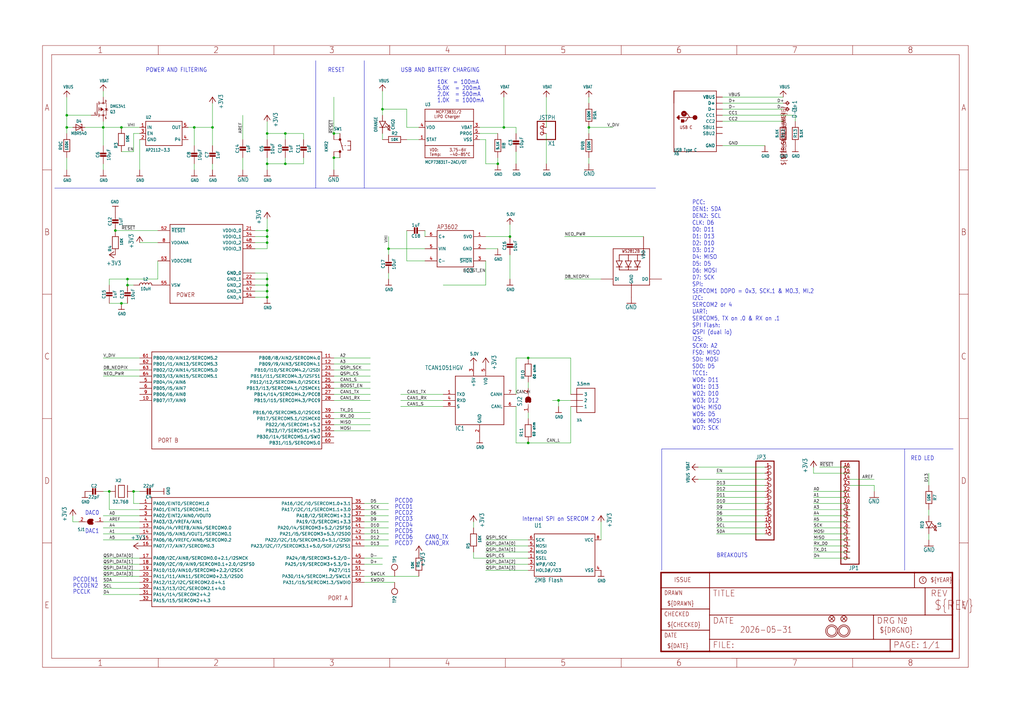
<source format=kicad_sch>
(kicad_sch (version 20230121) (generator eeschema)
  (paper "User" 428.422 298.602)
  (junction (at 111.76 121.92))
  (junction (at 139.7 55.88))
  (junction (at 160.02 45.72))
  (junction (at 27.94 48.26))
  (junction (at 208.28 68.58))
  (junction (at 162.56 104.14))
  (junction (at 139.7 66.04))
  (junction (at 81.28 53.34))
  (junction (at 111.76 119.38))
  (junction (at 43.18 53.34))
  (junction (at 50.8 53.34))
  (junction (at 220.98 149.86))
  (junction (at 111.76 101.6))
  (junction (at 27.94 53.34))
  (junction (at 50.8 127))
  (junction (at 53.34 119.38))
  (junction (at 213.36 99.06))
  (junction (at 53.34 116.84))
  (junction (at 111.76 99.06))
  (junction (at 111.76 55.88))
  (junction (at 111.76 124.46))
  (junction (at 111.76 116.84))
  (junction (at 111.76 96.52))
  (junction (at 55.88 205.74))
  (junction (at 246.38 53.34))
  (junction (at 210.82 53.34))
  (junction (at 119.38 55.88))
  (junction (at 45.72 205.74))
  (junction (at 233.68 167.64))
  (junction (at 220.98 185.42))
  (junction (at 119.38 68.58))
  (junction (at 48.26 96.52))
  (junction (at 111.76 68.58))
  (junction (at 88.9 53.34))
  (wire (pts (xy 81.28 60.96) (xy 81.28 53.34)) (stroke (width 0.1524)))
  (wire (pts (xy 58.42 58.42) (xy 58.42 71.12)) (stroke (width 0.1524)))
  (polyline (pts (xy 398.78 187.96) (xy 378.46 187.96)) (stroke (width 0.1524) (type solid)))
  (wire (pts (xy 269.24 99.06) (xy 236.22 99.06)) (stroke (width 0.1524)))
  (wire (pts (xy 78.74 53.34) (xy 81.28 53.34)) (stroke (width 0.1524)))
  (wire (pts (xy 106.68 124.46) (xy 111.76 124.46)) (stroke (width 0.1524)))
  (wire (pts (xy 203.2 99.06) (xy 213.36 99.06)) (stroke (width 0.1524)))
  (wire (pts (xy 139.7 157.48) (xy 154.94 157.48)) (stroke (width 0.1524)))
  (wire (pts (xy 45.72 213.36) (xy 45.72 205.74)) (stroke (width 0.1524)))
  (wire (pts (xy 139.7 149.86) (xy 154.94 149.86)) (stroke (width 0.1524)))
  (wire (pts (xy 55.88 63.5) (xy 55.88 55.88)) (stroke (width 0.1524)))
  (wire (pts (xy 292.1 195.58) (xy 320.04 195.58)) (stroke (width 0.1524)))
  (wire (pts (xy 228.6 68.58) (xy 228.6 55.88)) (stroke (width 0.1524)))
  (wire (pts (xy 101.6 66.04) (xy 101.6 71.12)) (stroke (width 0.1524)))
  (wire (pts (xy 43.18 53.34) (xy 43.18 60.96)) (stroke (width 0.1524)))
  (wire (pts (xy 320.04 200.66) (xy 292.1 200.66)) (stroke (width 0.1524)))
  (wire (pts (xy 167.64 170.18) (xy 185.42 170.18)) (stroke (width 0.1524)))
  (wire (pts (xy 203.2 109.22) (xy 203.2 119.38)) (stroke (width 0.1524)))
  (wire (pts (xy 127 66.04) (xy 127 68.58)) (stroke (width 0.1524)))
  (wire (pts (xy 88.9 68.58) (xy 88.9 71.12)) (stroke (width 0.1524)))
  (wire (pts (xy 58.42 149.86) (xy 43.18 149.86)) (stroke (width 0.1524)))
  (wire (pts (xy 299.72 223.52) (xy 320.04 223.52)) (stroke (width 0.1524)))
  (wire (pts (xy 246.38 68.58) (xy 246.38 66.04)) (stroke (width 0.1524)))
  (wire (pts (xy 30.48 53.34) (xy 27.94 53.34)) (stroke (width 0.1524)))
  (wire (pts (xy 27.94 48.26) (xy 27.94 40.64)) (stroke (width 0.1524)))
  (wire (pts (xy 388.62 203.2) (xy 388.62 198.12)) (stroke (width 0.1524)))
  (wire (pts (xy 43.18 50.8) (xy 43.18 53.34)) (stroke (width 0.1524)))
  (wire (pts (xy 111.76 104.14) (xy 111.76 101.6)) (stroke (width 0.1524)))
  (wire (pts (xy 152.4 215.9) (xy 162.56 215.9)) (stroke (width 0.1524)))
  (wire (pts (xy 111.76 99.06) (xy 111.76 96.52)) (stroke (width 0.1524)))
  (wire (pts (xy 198.12 218.44) (xy 198.12 220.98)) (stroke (width 0.1524)))
  (wire (pts (xy 162.56 218.44) (xy 152.4 218.44)) (stroke (width 0.1524)))
  (wire (pts (xy 220.98 185.42) (xy 215.9 185.42)) (stroke (width 0.1524)))
  (wire (pts (xy 55.88 55.88) (xy 58.42 55.88)) (stroke (width 0.1524)))
  (wire (pts (xy 111.76 119.38) (xy 111.76 116.84)) (stroke (width 0.1524)))
  (wire (pts (xy 139.7 71.12) (xy 139.7 66.04)) (stroke (width 0.1524)))
  (wire (pts (xy 220.98 149.86) (xy 215.9 149.86)) (stroke (width 0.1524)))
  (wire (pts (xy 111.76 58.42) (xy 111.76 55.88)) (stroke (width 0.1524)))
  (wire (pts (xy 299.72 210.82) (xy 320.04 210.82)) (stroke (width 0.1524)))
  (wire (pts (xy 198.12 231.14) (xy 198.12 233.68)) (stroke (width 0.1524)))
  (wire (pts (xy 340.36 213.36) (xy 355.6 213.36)) (stroke (width 0.1524)))
  (wire (pts (xy 53.34 116.84) (xy 53.34 119.38)) (stroke (width 0.1524)))
  (wire (pts (xy 340.36 195.58) (xy 340.36 198.12)) (stroke (width 0.1524)))
  (wire (pts (xy 167.64 167.64) (xy 185.42 167.64)) (stroke (width 0.1524)))
  (wire (pts (xy 111.76 68.58) (xy 111.76 66.04)) (stroke (width 0.1524)))
  (wire (pts (xy 177.8 104.14) (xy 162.56 104.14)) (stroke (width 0.1524)))
  (wire (pts (xy 139.7 55.88) (xy 142.24 55.88)) (stroke (width 0.1524)))
  (wire (pts (xy 81.28 53.34) (xy 88.9 53.34)) (stroke (width 0.1524)))
  (wire (pts (xy 162.56 104.14) (xy 162.56 106.68)) (stroke (width 0.1524)))
  (wire (pts (xy 251.46 218.44) (xy 251.46 226.06)) (stroke (width 0.1524)))
  (polyline (pts (xy 152.4 78.74) (xy 152.4 25.4)) (stroke (width 0.1524) (type solid)))
  (wire (pts (xy 66.04 116.84) (xy 53.34 116.84)) (stroke (width 0.1524)))
  (wire (pts (xy 43.18 68.58) (xy 43.18 71.12)) (stroke (width 0.1524)))
  (wire (pts (xy 55.88 205.74) (xy 55.88 210.82)) (stroke (width 0.1524)))
  (wire (pts (xy 55.88 205.74) (xy 58.42 205.74)) (stroke (width 0.1524)))
  (polyline (pts (xy 132.08 78.74) (xy 132.08 25.4)) (stroke (width 0.1524) (type solid)))
  (wire (pts (xy 139.7 162.56) (xy 154.94 162.56)) (stroke (width 0.1524)))
  (wire (pts (xy 111.76 99.06) (xy 111.76 101.6)) (stroke (width 0.1524)))
  (wire (pts (xy 203.2 58.42) (xy 203.2 68.58)) (stroke (width 0.1524)))
  (wire (pts (xy 58.42 154.94) (xy 43.18 154.94)) (stroke (width 0.1524)))
  (wire (pts (xy 58.42 220.98) (xy 43.18 220.98)) (stroke (width 0.1524)))
  (wire (pts (xy 355.6 200.66) (xy 365.76 200.66)) (stroke (width 0.1524)))
  (wire (pts (xy 81.28 68.58) (xy 81.28 71.12)) (stroke (width 0.1524)))
  (wire (pts (xy 200.66 58.42) (xy 203.2 58.42)) (stroke (width 0.1524)))
  (wire (pts (xy 106.68 119.38) (xy 111.76 119.38)) (stroke (width 0.1524)))
  (wire (pts (xy 139.7 175.26) (xy 154.94 175.26)) (stroke (width 0.1524)))
  (wire (pts (xy 45.72 116.84) (xy 45.72 119.38)) (stroke (width 0.1524)))
  (wire (pts (xy 332.74 48.26) (xy 332.74 50.8)) (stroke (width 0.1524)))
  (wire (pts (xy 215.9 185.42) (xy 215.9 170.18)) (stroke (width 0.1524)))
  (polyline (pts (xy 276.86 238.76) (xy 276.86 187.96)) (stroke (width 0.1524) (type solid)))
  (wire (pts (xy 58.42 233.68) (xy 43.18 233.68)) (stroke (width 0.1524)))
  (wire (pts (xy 53.34 127) (xy 50.8 127)) (stroke (width 0.1524)))
  (wire (pts (xy 152.4 210.82) (xy 162.56 210.82)) (stroke (width 0.1524)))
  (wire (pts (xy 106.68 99.06) (xy 111.76 99.06)) (stroke (width 0.1524)))
  (wire (pts (xy 388.62 213.36) (xy 388.62 215.9)) (stroke (width 0.1524)))
  (wire (pts (xy 302.26 43.18) (xy 327.66 43.18)) (stroke (width 0.1524)))
  (wire (pts (xy 340.36 218.44) (xy 355.6 218.44)) (stroke (width 0.1524)))
  (wire (pts (xy 340.36 226.06) (xy 355.6 226.06)) (stroke (width 0.1524)))
  (wire (pts (xy 58.42 223.52) (xy 43.18 223.52)) (stroke (width 0.1524)))
  (wire (pts (xy 320.04 203.2) (xy 299.72 203.2)) (stroke (width 0.1524)))
  (wire (pts (xy 58.42 243.84) (xy 43.18 243.84)) (stroke (width 0.1524)))
  (wire (pts (xy 88.9 53.34) (xy 88.9 43.18)) (stroke (width 0.1524)))
  (wire (pts (xy 111.76 116.84) (xy 106.68 116.84)) (stroke (width 0.1524)))
  (wire (pts (xy 185.42 165.1) (xy 167.64 165.1)) (stroke (width 0.1524)))
  (wire (pts (xy 220.98 149.86) (xy 238.76 149.86)) (stroke (width 0.1524)))
  (wire (pts (xy 220.98 231.14) (xy 203.2 231.14)) (stroke (width 0.1524)))
  (wire (pts (xy 302.26 45.72) (xy 327.66 45.72)) (stroke (width 0.1524)))
  (wire (pts (xy 320.04 220.98) (xy 299.72 220.98)) (stroke (width 0.1524)))
  (polyline (pts (xy 274.32 78.74) (xy 152.4 78.74)) (stroke (width 0.1524) (type solid)))
  (wire (pts (xy 127 55.88) (xy 127 58.42)) (stroke (width 0.1524)))
  (wire (pts (xy 208.28 104.14) (xy 203.2 104.14)) (stroke (width 0.1524)))
  (wire (pts (xy 111.76 71.12) (xy 111.76 68.58)) (stroke (width 0.1524)))
  (wire (pts (xy 111.76 114.3) (xy 111.76 116.84)) (stroke (width 0.1524)))
  (wire (pts (xy 45.72 127) (xy 50.8 127)) (stroke (width 0.1524)))
  (wire (pts (xy 340.36 198.12) (xy 355.6 198.12)) (stroke (width 0.1524)))
  (wire (pts (xy 340.36 233.68) (xy 355.6 233.68)) (stroke (width 0.1524)))
  (wire (pts (xy 320.04 208.28) (xy 299.72 208.28)) (stroke (width 0.1524)))
  (wire (pts (xy 246.38 53.34) (xy 246.38 55.88)) (stroke (width 0.1524)))
  (wire (pts (xy 327.66 40.64) (xy 302.26 40.64)) (stroke (width 0.1524)))
  (wire (pts (xy 299.72 198.12) (xy 320.04 198.12)) (stroke (width 0.1524)))
  (wire (pts (xy 119.38 55.88) (xy 127 55.88)) (stroke (width 0.1524)))
  (wire (pts (xy 119.38 58.42) (xy 119.38 55.88)) (stroke (width 0.1524)))
  (wire (pts (xy 55.88 210.82) (xy 58.42 210.82)) (stroke (width 0.1524)))
  (wire (pts (xy 106.68 101.6) (xy 111.76 101.6)) (stroke (width 0.1524)))
  (wire (pts (xy 355.6 203.2) (xy 365.76 203.2)) (stroke (width 0.1524)))
  (wire (pts (xy 177.8 109.22) (xy 170.18 109.22)) (stroke (width 0.1524)))
  (wire (pts (xy 50.8 53.34) (xy 43.18 53.34)) (stroke (width 0.1524)))
  (wire (pts (xy 152.4 226.06) (xy 162.56 226.06)) (stroke (width 0.1524)))
  (wire (pts (xy 238.76 170.18) (xy 238.76 185.42)) (stroke (width 0.1524)))
  (wire (pts (xy 365.76 203.2) (xy 365.76 205.74)) (stroke (width 0.1524)))
  (wire (pts (xy 238.76 149.86) (xy 238.76 165.1)) (stroke (width 0.1524)))
  (wire (pts (xy 106.68 114.3) (xy 111.76 114.3)) (stroke (width 0.1524)))
  (wire (pts (xy 139.7 180.34) (xy 154.94 180.34)) (stroke (width 0.1524)))
  (wire (pts (xy 177.8 99.06) (xy 177.8 96.52)) (stroke (width 0.1524)))
  (wire (pts (xy 33.02 218.44) (xy 30.48 218.44)) (stroke (width 0.1524)))
  (wire (pts (xy 139.7 172.72) (xy 154.94 172.72)) (stroke (width 0.1524)))
  (wire (pts (xy 139.7 154.94) (xy 154.94 154.94)) (stroke (width 0.1524)))
  (wire (pts (xy 58.42 157.48) (xy 43.18 157.48)) (stroke (width 0.1524)))
  (wire (pts (xy 210.82 53.34) (xy 200.66 53.34)) (stroke (width 0.1524)))
  (wire (pts (xy 58.42 215.9) (xy 43.18 215.9)) (stroke (width 0.1524)))
  (wire (pts (xy 152.4 241.3) (xy 175.26 241.3)) (stroke (width 0.1524)))
  (wire (pts (xy 355.6 195.58) (xy 342.9 195.58)) (stroke (width 0.1524)))
  (wire (pts (xy 299.72 205.74) (xy 320.04 205.74)) (stroke (width 0.1524)))
  (wire (pts (xy 215.9 53.34) (xy 210.82 53.34)) (stroke (width 0.1524)))
  (wire (pts (xy 139.7 152.4) (xy 154.94 152.4)) (stroke (width 0.1524)))
  (wire (pts (xy 152.4 233.68) (xy 160.02 233.68)) (stroke (width 0.1524)))
  (wire (pts (xy 215.9 63.5) (xy 215.9 68.58)) (stroke (width 0.1524)))
  (wire (pts (xy 165.1 243.84) (xy 152.4 243.84)) (stroke (width 0.1524)))
  (wire (pts (xy 340.36 208.28) (xy 355.6 208.28)) (stroke (width 0.1524)))
  (wire (pts (xy 320.04 60.96) (xy 302.26 60.96)) (stroke (width 0.1524)))
  (wire (pts (xy 170.18 45.72) (xy 170.18 53.34)) (stroke (width 0.1524)))
  (wire (pts (xy 160.02 55.88) (xy 160.02 58.42)) (stroke (width 0.1524)))
  (wire (pts (xy 27.94 53.34) (xy 27.94 48.26)) (stroke (width 0.1524)))
  (wire (pts (xy 238.76 167.64) (xy 233.68 167.64)) (stroke (width 0.1524)))
  (wire (pts (xy 355.6 223.52) (xy 340.36 223.52)) (stroke (width 0.1524)))
  (wire (pts (xy 251.46 116.84) (xy 236.22 116.84)) (stroke (width 0.1524)))
  (wire (pts (xy 220.98 162.56) (xy 220.98 160.02)) (stroke (width 0.1524)))
  (wire (pts (xy 43.18 205.74) (xy 45.72 205.74)) (stroke (width 0.1524)))
  (wire (pts (xy 101.6 58.42) (xy 101.6 48.26)) (stroke (width 0.1524)))
  (wire (pts (xy 27.94 55.88) (xy 27.94 53.34)) (stroke (width 0.1524)))
  (wire (pts (xy 246.38 53.34) (xy 256.54 53.34)) (stroke (width 0.1524)))
  (wire (pts (xy 162.56 104.14) (xy 162.56 99.06)) (stroke (width 0.1524)))
  (wire (pts (xy 162.56 116.84) (xy 162.56 114.3)) (stroke (width 0.1524)))
  (wire (pts (xy 38.1 48.26) (xy 27.94 48.26)) (stroke (width 0.1524)))
  (wire (pts (xy 152.4 236.22) (xy 160.02 236.22)) (stroke (width 0.1524)))
  (wire (pts (xy 170.18 53.34) (xy 175.26 53.34)) (stroke (width 0.1524)))
  (wire (pts (xy 139.7 40.64) (xy 139.7 55.88)) (stroke (width 0.1524)))
  (wire (pts (xy 43.18 226.06) (xy 58.42 226.06)) (stroke (width 0.1524)))
  (wire (pts (xy 119.38 55.88) (xy 111.76 55.88)) (stroke (width 0.1524)))
  (wire (pts (xy 355.6 205.74) (xy 340.36 205.74)) (stroke (width 0.1524)))
  (wire (pts (xy 53.34 116.84) (xy 45.72 116.84)) (stroke (width 0.1524)))
  (wire (pts (xy 27.94 71.12) (xy 27.94 66.04)) (stroke (width 0.1524)))
  (wire (pts (xy 119.38 68.58) (xy 111.76 68.58)) (stroke (width 0.1524)))
  (wire (pts (xy 58.42 101.6) (xy 66.04 101.6)) (stroke (width 0.1524)))
  (wire (pts (xy 162.56 223.52) (xy 152.4 223.52)) (stroke (width 0.1524)))
  (wire (pts (xy 355.6 215.9) (xy 340.36 215.9)) (stroke (width 0.1524)))
  (wire (pts (xy 355.6 228.6) (xy 340.36 228.6)) (stroke (width 0.1524)))
  (wire (pts (xy 355.6 210.82) (xy 340.36 210.82)) (stroke (width 0.1524)))
  (wire (pts (xy 220.98 185.42) (xy 238.76 185.42)) (stroke (width 0.1524)))
  (wire (pts (xy 220.98 175.26) (xy 220.98 172.72)) (stroke (width 0.1524)))
  (wire (pts (xy 139.7 160.02) (xy 154.94 160.02)) (stroke (width 0.1524)))
  (wire (pts (xy 55.88 119.38) (xy 53.34 119.38)) (stroke (width 0.1524)))
  (wire (pts (xy 119.38 68.58) (xy 119.38 66.04)) (stroke (width 0.1524)))
  (wire (pts (xy 111.76 96.52) (xy 111.76 91.44)) (stroke (width 0.1524)))
  (wire (pts (xy 43.18 238.76) (xy 58.42 238.76)) (stroke (width 0.1524)))
  (polyline (pts (xy 152.4 78.74) (xy 132.08 78.74)) (stroke (width 0.1524) (type solid)))
  (wire (pts (xy 139.7 167.64) (xy 154.94 167.64)) (stroke (width 0.1524)))
  (wire (pts (xy 111.76 55.88) (xy 111.76 50.8)) (stroke (width 0.1524)))
  (wire (pts (xy 66.04 116.84) (xy 66.04 109.22)) (stroke (width 0.1524)))
  (wire (pts (xy 160.02 48.26) (xy 160.02 45.72)) (stroke (width 0.1524)))
  (wire (pts (xy 302.26 48.26) (xy 332.74 48.26)) (stroke (width 0.1524)))
  (wire (pts (xy 170.18 109.22) (xy 170.18 96.52)) (stroke (width 0.1524)))
  (wire (pts (xy 200.66 55.88) (xy 208.28 55.88)) (stroke (width 0.1524)))
  (wire (pts (xy 106.68 121.92) (xy 111.76 121.92)) (stroke (width 0.1524)))
  (wire (pts (xy 106.68 104.14) (xy 111.76 104.14)) (stroke (width 0.1524)))
  (wire (pts (xy 210.82 40.64) (xy 210.82 53.34)) (stroke (width 0.1524)))
  (wire (pts (xy 213.36 106.68) (xy 213.36 116.84)) (stroke (width 0.1524)))
  (wire (pts (xy 198.12 233.68) (xy 220.98 233.68)) (stroke (width 0.1524)))
  (wire (pts (xy 233.68 167.64) (xy 231.14 167.64)) (stroke (width 0.1524)))
  (polyline (pts (xy 22.86 78.74) (xy 132.08 78.74)) (stroke (width 0.1524) (type solid)))
  (wire (pts (xy 302.26 50.8) (xy 327.66 50.8)) (stroke (width 0.1524)))
  (wire (pts (xy 43.18 38.1) (xy 43.18 40.64)) (stroke (width 0.1524)))
  (wire (pts (xy 111.76 121.92) (xy 111.76 119.38)) (stroke (width 0.1524)))
  (wire (pts (xy 213.36 99.06) (xy 213.36 93.98)) (stroke (width 0.1524)))
  (wire (pts (xy 58.42 53.34) (xy 50.8 53.34)) (stroke (width 0.1524)))
  (wire (pts (xy 58.42 248.92) (xy 43.18 248.92)) (stroke (width 0.1524)))
  (wire (pts (xy 160.02 45.72) (xy 170.18 45.72)) (stroke (width 0.1524)))
  (polyline (pts (xy 378.46 187.96) (xy 276.86 187.96)) (stroke (width 0.1524) (type solid)))
  (wire (pts (xy 203.2 68.58) (xy 208.28 68.58)) (stroke (width 0.1524)))
  (wire (pts (xy 35.56 53.34) (xy 43.18 53.34)) (stroke (width 0.1524)))
  (wire (pts (xy 220.98 226.06) (xy 203.2 226.06)) (stroke (width 0.1524)))
  (wire (pts (xy 43.18 218.44) (xy 58.42 218.44)) (stroke (width 0.1524)))
  (wire (pts (xy 320.04 218.44) (xy 299.72 218.44)) (stroke (width 0.1524)))
  (wire (pts (xy 43.18 246.38) (xy 58.42 246.38)) (stroke (width 0.1524)))
  (wire (pts (xy 88.9 53.34) (xy 88.9 60.96)) (stroke (width 0.1524)))
  (wire (pts (xy 340.36 231.14) (xy 355.6 231.14)) (stroke (width 0.1524)))
  (wire (pts (xy 215.9 55.88) (xy 215.9 53.34)) (stroke (width 0.1524)))
  (wire (pts (xy 139.7 177.8) (xy 154.94 177.8)) (stroke (width 0.1524)))
  (wire (pts (xy 58.42 213.36) (xy 45.72 213.36)) (stroke (width 0.1524)))
  (wire (pts (xy 203.2 238.76) (xy 220.98 238.76)) (stroke (width 0.1524)))
  (wire (pts (xy 246.38 40.64) (xy 246.38 43.18)) (stroke (width 0.1524)))
  (wire (pts (xy 170.18 58.42) (xy 175.26 58.42)) (stroke (width 0.1524)))
  (wire (pts (xy 228.6 40.64) (xy 228.6 53.34)) (stroke (width 0.1524)))
  (wire (pts (xy 233.68 167.64) (xy 233.68 170.18)) (stroke (width 0.1524)))
  (wire (pts (xy 127 68.58) (xy 119.38 68.58)) (stroke (width 0.1524)))
  (wire (pts (xy 203.2 119.38) (xy 185.42 119.38)) (stroke (width 0.1524)))
  (wire (pts (xy 106.68 96.52) (xy 111.76 96.52)) (stroke (width 0.1524)))
  (wire (pts (xy 66.04 96.52) (xy 48.26 96.52)) (stroke (width 0.1524)))
  (wire (pts (xy 162.56 228.6) (xy 152.4 228.6)) (stroke (width 0.1524)))
  (wire (pts (xy 160.02 38.1) (xy 160.02 45.72)) (stroke (width 0.1524)))
  (polyline (pts (xy 378.46 238.76) (xy 378.46 187.96)) (stroke (width 0.1524) (type solid)))
  (wire (pts (xy 355.6 220.98) (xy 340.36 220.98)) (stroke (width 0.1524)))
  (wire (pts (xy 388.62 223.52) (xy 388.62 226.06)) (stroke (width 0.1524)))
  (wire (pts (xy 43.18 236.22) (xy 58.42 236.22)) (stroke (width 0.1524)))
  (wire (pts (xy 215.9 149.86) (xy 215.9 165.1)) (stroke (width 0.1524)))
  (wire (pts (xy 142.24 66.04) (xy 139.7 66.04)) (stroke (width 0.1524)))
  (wire (pts (xy 139.7 165.1) (xy 154.94 165.1)) (stroke (width 0.1524)))
  (wire (pts (xy 111.76 124.46) (xy 111.76 121.92)) (stroke (width 0.1524)))
  (wire (pts (xy 162.56 213.36) (xy 152.4 213.36)) (stroke (width 0.1524)))
  (wire (pts (xy 299.72 215.9) (xy 320.04 215.9)) (stroke (width 0.1524)))
  (wire (pts (xy 208.28 66.04) (xy 208.28 68.58)) (stroke (width 0.1524)))
  (wire (pts (xy 30.48 218.44) (xy 30.48 215.9)) (stroke (width 0.1524)))
  (wire (pts (xy 43.18 241.3) (xy 58.42 241.3)) (stroke (width 0.1524)))
  (wire (pts (xy 203.2 228.6) (xy 220.98 228.6)) (stroke (width 0.1524)))
  (wire (pts (xy 320.04 213.36) (xy 299.72 213.36)) (stroke (width 0.1524)))
  (wire (pts (xy 50.8 63.5) (xy 55.88 63.5)) (stroke (width 0.1524)))
  (wire (pts (xy 152.4 220.98) (xy 162.56 220.98)) (stroke (width 0.1524)))
  (wire (pts (xy 220.98 236.22) (xy 203.2 236.22)) (stroke (width 0.1524)))
  (text "PCCD2" (at 165.1 215.9 0) (effects (font (size 1.778 1.5113)) (justify left bottom)))
  (text "RESET" (at 137.16 30.48 0) (effects (font (size 1.778 1.5113)) (justify left bottom)))
  (text "PCCD7" (at 165.1 228.6 0) (effects (font (size 1.778 1.5113)) (justify left bottom)))
  (text "USB AND BATTERY CHARGING" (at 167.64 30.48 0) (effects (font (size 1.778 1.5113)) (justify left bottom)))
  (text "PCCD1" (at 165.1 213.36 0) (effects (font (size 1.778 1.5113)) (justify left bottom)))
  (text "PCCD4" (at 165.1 220.98 0) (effects (font (size 1.778 1.5113)) (justify left bottom)))
  (text "Internal SPI on SERCOM 2" (at 218.44 218.44 0) (effects (font (size 1.778 1.5113)) (justify left bottom)))
  (text "CAN0_TX" (at 177.8 226.06 0) (effects (font (size 1.778 1.5113)) (justify left bottom)))
  (text "PCCDEN2" (at 30.48 246.38 0) (effects (font (size 1.778 1.5113)) (justify left bottom)))
  (text "10K  = 100mA" (at 182.88 35.56 0) (effects (font (size 1.778 1.5113)) (justify left bottom)))
  (text "PCCD3" (at 165.1 218.44 0) (effects (font (size 1.778 1.5113)) (justify left bottom)))
  (text "RED LED" (at 381 193.04 0) (effects (font (size 1.778 1.5113)) (justify left bottom)))
  (text "PCCD5" (at 165.1 223.52 0) (effects (font (size 1.778 1.5113)) (justify left bottom)))
  (text "5.0K  = 200mA" (at 182.88 38.1 0) (effects (font (size 1.778 1.5113)) (justify left bottom)))
  (text "PCCD0" (at 165.1 210.82 0) (effects (font (size 1.778 1.5113)) (justify left bottom)))
  (text "PCC:\nDEN1: SDA\nDEN2: SCL\nCLK: D6\nD0: D11\nD1: D13\nD2: D10\nD3: D12\nD4: MISO\nD5: D5\nD6: MOSI\nD7: SCK\nSPI:\nSERCOM1 DOPO = 0x3, SCK.1 & MO.3, MI.2\nI2C:\nSERCOM2 or 4\nUART:\nSERCOM5, TX on .0 & RX on .1\nSPI Flash:\nQSPI (dual io)\nI2S:\nSCK0: A2\nFS0: MISO\nSDI: MOSI\nSDO: D5\nTCC1:\nWO0: D11\nWO1: D13\nWO2: D10\nWO3: D12\nWO4: MISO\nWO5: D5\nWO6: MOSI\nWO7: SCK" (at 289.56 180.34 0) (effects (font (size 1.778 1.5113)) (justify left bottom)))
  (text "PCCD6" (at 165.1 226.06 0) (effects (font (size 1.778 1.5113)) (justify left bottom)))
  (text "DAC1" (at 35.56 223.52 0) (effects (font (size 1.778 1.5113)) (justify left bottom)))
  (text "BREAKOUTS" (at 299.72 233.68 0) (effects (font (size 1.778 1.5113)) (justify left bottom)))
  (text "2.0K  = 500mA" (at 182.88 40.64 0) (effects (font (size 1.778 1.5113)) (justify left bottom)))
  (text "PCCDEN1" (at 30.48 243.84 0) (effects (font (size 1.778 1.5113)) (justify left bottom)))
  (text "CAN0_RX" (at 177.8 228.6 0) (effects (font (size 1.778 1.5113)) (justify left bottom)))
  (text "POWER AND FILTERING" (at 60.96 30.48 0) (effects (font (size 1.778 1.5113)) (justify left bottom)))
  (text "PCCLK" (at 30.48 248.92 0) (effects (font (size 1.778 1.5113)) (justify left bottom)))
  (text "DAC0" (at 35.56 215.9 0) (effects (font (size 1.778 1.5113)) (justify left bottom)))
  (text "1.0K  = 1000mA" (at 182.88 43.18 0) (effects (font (size 1.778 1.5113)) (justify left bottom)))
  (label "D-" (at 154.94 233.68 0) (effects (font (size 1.2446 1.2446))))
  (label "D13" (at 299.72 203.2 0) (effects (font (size 1.2446 1.2446))))
  (label "CAN1_RX" (at 170.18 167.64 0) (effects (font (size 1.2446 1.2446))))
  (label "SCL" (at 299.72 220.98 0) (effects (font (size 1.2446 1.2446))))
  (label "MISO" (at 142.24 177.8 0) (effects (font (size 1.2446 1.2446))))
  (label "D11" (at 299.72 208.28 0) (effects (font (size 1.2446 1.2446))))
  (label "AREF" (at 360.68 200.66 0) (effects (font (size 1.2446 1.2446))))
  (label "D10" (at 154.94 220.98 0) (effects (font (size 1.2446 1.2446))))
  (label "QSPI_SCK" (at 203.2 226.06 0) (effects (font (size 1.2446 1.2446))))
  (label "D13" (at 388.62 198.12 270) (effects (font (size 1.2446 1.2446))))
  (label "A4" (at 340.36 215.9 0) (effects (font (size 1.2446 1.2446))))
  (label "D5" (at 154.94 210.82 0) (effects (font (size 1.2446 1.2446))))
  (label "CC2" (at 304.8 50.8 0) (effects (font (size 1.2446 1.2446))))
  (label "D9" (at 299.72 213.36 0) (effects (font (size 1.2446 1.2446))))
  (label "EN" (at 299.72 198.12 0) (effects (font (size 1.2446 1.2446))))
  (label "D+" (at 304.8 43.18 0) (effects (font (size 1.2446 1.2446))))
  (label "QSPI_DATA[1]" (at 203.2 231.14 0) (effects (font (size 1.2446 1.2446))))
  (label "D-" (at 325.12 45.72 0) (effects (font (size 1.2446 1.2446))))
  (label "QSPI_DATA[2]" (at 43.18 238.76 0) (effects (font (size 1.2446 1.2446))))
  (label "CAN1_S" (at 142.24 160.02 0) (effects (font (size 1.2446 1.2446))))
  (label "CAN1_S" (at 170.18 170.18 0) (effects (font (size 1.2446 1.2446))))
  (label "A1" (at 45.72 223.52 0) (effects (font (size 1.2446 1.2446))))
  (label "GND" (at 304.8 60.96 0) (effects (font (size 1.2446 1.2446))))
  (label "D10" (at 299.72 210.82 0) (effects (font (size 1.2446 1.2446))))
  (label "D8_NEOPIX" (at 43.18 154.94 0) (effects (font (size 1.2446 1.2446))))
  (label "CC1" (at 304.8 48.26 0) (effects (font (size 1.2446 1.2446))))
  (label "SDA" (at 299.72 223.52 0) (effects (font (size 1.2446 1.2446))))
  (label "MISO" (at 340.36 226.06 0) (effects (font (size 1.2446 1.2446))))
  (label "SDA" (at 43.18 243.84 0) (effects (font (size 1.2446 1.2446))))
  (label "NEO_PWR" (at 236.22 99.06 0) (effects (font (size 1.2446 1.2446))))
  (label "RX_D0" (at 142.24 175.26 0) (effects (font (size 1.2446 1.2446))))
  (label "VHI" (at 162.56 101.6 90) (effects (font (size 1.2446 1.2446))))
  (label "D4" (at 43.18 248.92 0) (effects (font (size 1.2446 1.2446))))
  (label "EN" (at 53.34 63.5 0) (effects (font (size 1.2446 1.2446))))
  (label "A0" (at 45.72 215.9 0) (effects (font (size 1.2446 1.2446))))
  (label "CAN_H" (at 215.9 165.1 0) (effects (font (size 1.2446 1.2446))))
  (label "A5" (at 340.36 218.44 0) (effects (font (size 1.2446 1.2446))))
  (label "A5" (at 45.72 226.06 0) (effects (font (size 1.2446 1.2446))))
  (label "QSPI_DATA[0]" (at 43.18 233.68 0) (effects (font (size 1.2446 1.2446))))
  (label "D+" (at 325.12 43.18 0) (effects (font (size 1.2446 1.2446))))
  (label "D5" (at 299.72 218.44 0) (effects (font (size 1.2446 1.2446))))
  (label "SWCLK" (at 154.94 241.3 0) (effects (font (size 1.2446 1.2446))))
  (label "QSPI_DATA[1]" (at 43.18 236.22 0) (effects (font (size 1.2446 1.2446))))
  (label "D+" (at 154.94 236.22 0) (effects (font (size 1.2446 1.2446))))
  (label "BOOST_EN" (at 203.2 114.3 180) (effects (font (size 1.2446 1.2446))))
  (label "VHI" (at 53.34 53.34 0) (effects (font (size 1.2446 1.2446))))
  (label "A2" (at 340.36 210.82 0) (effects (font (size 1.2446 1.2446))))
  (label "CAN1_TX" (at 170.18 165.1 0) (effects (font (size 1.2446 1.2446))))
  (label "~{RESET}" (at 139.7 55.88 90) (effects (font (size 1.2446 1.2446))))
  (label "D-" (at 304.8 45.72 0) (effects (font (size 1.2446 1.2446))))
  (label "TX_D1" (at 142.24 172.72 0) (effects (font (size 1.2446 1.2446))))
  (label "V_DIV" (at 254 53.34 0) (effects (font (size 1.2446 1.2446))))
  (label "QSPI_CS" (at 203.2 233.68 0) (effects (font (size 1.2446 1.2446))))
  (label "D13" (at 154.94 228.6 0) (effects (font (size 1.2446 1.2446))))
  (label "AREF" (at 45.72 218.44 0) (effects (font (size 1.2446 1.2446))))
  (label "SCK" (at 154.94 213.36 0) (effects (font (size 1.2446 1.2446))))
  (label "D6" (at 299.72 215.9 0) (effects (font (size 1.2446 1.2446))))
  (label "SWDIO" (at 154.94 243.84 0) (effects (font (size 1.2446 1.2446))))
  (label "CAN1_RX" (at 142.24 167.64 0) (effects (font (size 1.2446 1.2446))))
  (label "SCL" (at 43.18 246.38 0) (effects (font (size 1.2446 1.2446))))
  (label "A0" (at 340.36 205.74 0) (effects (font (size 1.2446 1.2446))))
  (label "QSPI_DATA[0]" (at 203.2 228.6 0) (effects (font (size 1.2446 1.2446))))
  (label "D12" (at 299.72 205.74 0) (effects (font (size 1.2446 1.2446))))
  (label "QSPI_DATA[2]" (at 203.2 236.22 0) (effects (font (size 1.2446 1.2446))))
  (label "D11" (at 154.94 223.52 0) (effects (font (size 1.2446 1.2446))))
  (label "MOSI" (at 142.24 180.34 0) (effects (font (size 1.2446 1.2446))))
  (label "D8_NEOPIX" (at 236.22 116.84 0) (effects (font (size 1.2446 1.2446))))
  (label "A2" (at 142.24 149.86 0) (effects (font (size 1.2446 1.2446))))
  (label "AREF" (at 101.6 55.88 90) (effects (font (size 1.2446 1.2446))))
  (label "BOOST_EN" (at 142.24 162.56 0) (effects (font (size 1.2446 1.2446))))
  (label "~{RESET}" (at 50.8 96.52 0) (effects (font (size 1.2446 1.2446))))
  (label "V_DIV" (at 43.18 149.86 0) (effects (font (size 1.2446 1.2446))))
  (label "A3" (at 340.36 213.36 0) (effects (font (size 1.2446 1.2446))))
  (label "~{RESET}" (at 342.9 195.58 0) (effects (font (size 1.2446 1.2446))))
  (label "D6" (at 154.94 215.9 0) (effects (font (size 1.2446 1.2446))))
  (label "D9" (at 154.94 218.44 0) (effects (font (size 1.2446 1.2446))))
  (label "QSPI_DATA[3]" (at 43.18 241.3 0) (effects (font (size 1.2446 1.2446))))
  (label "RX_D0" (at 340.36 228.6 0) (effects (font (size 1.2446 1.2446))))
  (label "SCK" (at 340.36 220.98 0) (effects (font (size 1.2446 1.2446))))
  (label "TX_D1" (at 340.36 231.14 0) (effects (font (size 1.2446 1.2446))))
  (label "QSPI_CS" (at 142.24 157.48 0) (effects (font (size 1.2446 1.2446))))
  (label "A4" (at 45.72 220.98 0) (effects (font (size 1.2446 1.2446))))
  (label "NEO_PWR" (at 43.18 157.48 0) (effects (font (size 1.2446 1.2446))))
  (label "CAN_L" (at 228.6 185.42 0) (effects (font (size 1.2446 1.2446))))
  (label "VBUS" (at 304.8 40.64 0) (effects (font (size 1.2446 1.2446))))
  (label "D12" (at 154.94 226.06 0) (effects (font (size 1.2446 1.2446))))
  (label "D4" (at 340.36 233.68 0) (effects (font (size 1.2446 1.2446))))
  (label "QSPI_DATA[3]" (at 203.2 238.76 0) (effects (font (size 1.2446 1.2446))))
  (label "MOSI" (at 340.36 223.52 0) (effects (font (size 1.2446 1.2446))))
  (label "CAN1_TX" (at 142.24 165.1 0) (effects (font (size 1.2446 1.2446))))
  (label "A3" (at 142.24 152.4 0) (effects (font (size 1.2446 1.2446))))
  (label "QSPI_SCK" (at 142.24 154.94 0) (effects (font (size 1.2446 1.2446))))
  (label "A1" (at 340.36 208.28 0) (effects (font (size 1.2446 1.2446))))
  (symbol (lib_id "working-eagle-import:CAP_CERAMIC0603_NO") (at 127 63.5 0) (unit 1)
    (property "Reference" "C11" (at 124.71 62.25 90))
    (property "Value" "1uF" (at 129.3 62.25 90))
    (property "Footprint" "working:0603-NO" (effects hide))
  )
  (symbol (lib_id "working-eagle-import:+3V3") (at 30.48 213.36 0) (unit 1)
    (property "Reference" "#+3V10" (effects hide))
    (property "Value" "+3V3" (at 27.94 218.44 90) (effects (font (size 1.778 1.5113)) (justify left bottom)))
  )
  (symbol (lib_id "working-eagle-import:RESISTOR_0603_NOOUT") (at 208.28 60.96 270) (unit 1)
    (property "Reference" "R8" (at 210.82 60.96 0))
    (property "Value" "5.1K" (at 208.28 60.96 0) (effects (font (size 1.016 1.016) bold)))
    (property "Footprint" "working:0603-NO" (effects hide))
  )
  (symbol (lib_id "working-eagle-import:ATSAMD51J") (at 88.9 228.6 0) (unit 1)
    (property "Reference" "U$14" (effects hide))
    (property "Value" "ATSAMD51J" (effects hide))
    (property "Footprint" "working:PQFN64-1" (effects hide))
  )
  (symbol (lib_id "working-eagle-import:CAP_CERAMIC0603_NO") (at 63.5 205.74 90) (unit 1)
    (property "Reference" "C4" (at 62.25 208.03 90))
    (property "Value" "22pF" (at 62.25 203.44 90))
    (property "Footprint" "working:0603-NO" (effects hide))
  )
  (symbol (lib_id "working-eagle-import:GND") (at 327.66 63.5 0) (unit 1)
    (property "Reference" "#U$6" (effects hide))
    (property "Value" "GND" (at 326.136 66.04 0) (effects (font (size 1.27 1.0795)) (justify left bottom)))
  )
  (symbol (lib_id "working-eagle-import:TESTPOINTROUND1.5MM") (at 165.1 243.84 180) (unit 1)
    (property "Reference" "TP2" (at 165.1 249.428 90) (effects (font (size 1.27 1.0795)) (justify left)))
    (property "Value" "TESTPOINTROUND1.5MM" (effects hide))
    (property "Footprint" "working:TESTPOINT_ROUND_1.5MM" (effects hide))
  )
  (symbol (lib_id "working-eagle-import:GND") (at 208.28 71.12 0) (unit 1)
    (property "Reference" "#U$36" (effects hide))
    (property "Value" "GND" (at 206.756 73.66 0) (effects (font (size 1.27 1.0795)) (justify left bottom)))
  )
  (symbol (lib_id "working-eagle-import:CAP_CERAMIC0603_NO") (at 38.1 205.74 270) (unit 1)
    (property "Reference" "C2" (at 39.35 203.45 90))
    (property "Value" "22pF" (at 39.35 208.04 90))
    (property "Footprint" "working:0603-NO" (effects hide))
  )
  (symbol (lib_id "working-eagle-import:GND") (at 111.76 127 0) (unit 1)
    (property "Reference" "#U$18" (effects hide))
    (property "Value" "GND" (at 110.236 129.54 0) (effects (font (size 1.27 1.0795)) (justify left bottom)))
  )
  (symbol (lib_id "working-eagle-import:supply1_GND") (at 139.7 73.66 0) (unit 1)
    (property "Reference" "#GND7" (effects hide))
    (property "Value" "GND" (at 137.16 76.2 0) (effects (font (size 1.778 1.5113)) (justify left bottom)))
  )
  (symbol (lib_id "working-eagle-import:FIDUCIAL_1MM") (at 353.06 259.08 0) (unit 1)
    (property "Reference" "U$34" (effects hide))
    (property "Value" "FIDUCIAL_1MM" (effects hide))
    (property "Footprint" "working:FIDUCIAL_1MM" (effects hide))
  )
  (symbol (lib_id "working-eagle-import:GND") (at 162.56 119.38 0) (unit 1)
    (property "Reference" "#U$40" (effects hide))
    (property "Value" "GND" (at 161.036 121.92 0) (effects (font (size 1.27 1.0795)) (justify left bottom)))
  )
  (symbol (lib_id "working-eagle-import:CAP_CERAMIC0603_NO") (at 101.6 63.5 0) (unit 1)
    (property "Reference" "C14" (at 99.31 62.25 90))
    (property "Value" "1uF" (at 103.9 62.25 90))
    (property "Footprint" "working:0603-NO" (effects hide))
  )
  (symbol (lib_id "working-eagle-import:RESISTOR0805_NOOUTLINE") (at 220.98 154.94 90) (unit 1)
    (property "Reference" "R10" (at 219.4814 158.75 0) (effects (justify left bottom)))
    (property "Value" "60 ohm" (at 224.282 158.75 0) (effects (font (size 1.016 1.016) bold) (justify left bottom)))
    (property "Footprint" "working:0805-NO" (effects hide))
  )
  (symbol (lib_id "working-eagle-import:CON_JST_PH_2PIN_BATT") (at 226.06 53.34 180) (unit 1)
    (property "Reference" "X1" (at 232.41 59.055 0) (effects (font (size 1.778 1.5113)) (justify left bottom)))
    (property "Value" "JSTPH" (at 232.41 48.26 0) (effects (font (size 1.778 1.5113)) (justify left bottom)))
    (property "Footprint" "working:JSTPH2_BATT" (effects hide))
  )
  (symbol (lib_id "working-eagle-import:+3V3") (at 55.88 228.6 90) (mirror x) (unit 1)
    (property "Reference" "#+3V3" (effects hide))
    (property "Value" "+3V3" (at 60.96 226.06 90) (effects (font (size 1.778 1.5113)) (justify left bottom)))
  )
  (symbol (lib_id "working-eagle-import:GND") (at 228.6 71.12 0) (unit 1)
    (property "Reference" "#U$22" (effects hide))
    (property "Value" "GND" (at 227.076 73.66 0) (effects (font (size 1.27 1.0795)) (justify left bottom)))
  )
  (symbol (lib_id "working-eagle-import:CAP_CERAMIC0603_NO") (at 45.72 124.46 0) (unit 1)
    (property "Reference" "C15" (at 43.43 123.21 90))
    (property "Value" "1uF" (at 48.02 123.21 90))
    (property "Footprint" "working:0603-NO" (effects hide))
  )
  (symbol (lib_id "working-eagle-import:GND") (at 208.28 106.68 0) (unit 1)
    (property "Reference" "#U$43" (effects hide))
    (property "Value" "GND" (at 206.756 109.22 0) (effects (font (size 1.27 1.0795)) (justify left bottom)))
  )
  (symbol (lib_id "working-eagle-import:VBAT") (at 289.56 195.58 90) (unit 1)
    (property "Reference" "#U$20" (effects hide))
    (property "Value" "VBAT" (at 288.544 197.104 0) (effects (font (size 1.27 1.0795)) (justify left bottom)))
  )
  (symbol (lib_id "working-eagle-import:supply1_GND") (at 365.76 208.28 0) (unit 1)
    (property "Reference" "#GND4" (effects hide))
    (property "Value" "GND" (at 363.22 210.82 0) (effects (font (size 1.778 1.5113)) (justify left bottom)))
  )
  (symbol (lib_id "working-eagle-import:supply1_GND") (at 246.38 71.12 0) (mirror y) (unit 1)
    (property "Reference" "#GND13" (effects hide))
    (property "Value" "GND" (at 248.92 73.66 0) (effects (font (size 1.778 1.5113)) (justify left bottom)))
  )
  (symbol (lib_id "working-eagle-import:LED0603_NOOUTLINE") (at 388.62 220.98 270) (unit 1)
    (property "Reference" "L0" (at 393.065 219.71 0) (effects (font (size 1.27 1.0795))))
    (property "Value" "RED" (at 385.826 219.71 0) (effects (font (size 1.27 1.0795))))
    (property "Footprint" "working:CHIPLED_0603_NOOUTLINE" (effects hide))
  )
  (symbol (lib_id "working-eagle-import:CAP_CERAMIC0603_NO") (at 48.26 93.98 0) (unit 1)
    (property "Reference" "C12" (at 45.97 92.73 90))
    (property "Value" "1uF" (at 50.56 92.73 90))
    (property "Footprint" "working:0603-NO" (effects hide))
  )
  (symbol (lib_id "working-eagle-import:USB_C") (at 292.1 50.8 0) (unit 1)
    (property "Reference" "X6" (at 281.94 65.024 0) (effects (font (size 1.27 1.0795)) (justify left bottom)))
    (property "Value" "USB Type C" (at 281.94 63.5 0) (effects (font (size 1.27 1.0795)) (justify left bottom)))
    (property "Footprint" "working:USB_C_CUSB31-CFM2AX-01-X" (effects hide))
  )
  (symbol (lib_id "working-eagle-import:SPIFLASH_8PINUX") (at 236.22 233.68 0) (unit 1)
    (property "Reference" "U1" (at 223.52 220.98 0) (effects (font (size 1.778 1.5113)) (justify left bottom)))
    (property "Value" "2MB Flash" (at 223.52 243.84 0) (effects (font (size 1.778 1.5113)) (justify left bottom)))
    (property "Footprint" "working:USON8" (effects hide))
  )
  (symbol (lib_id "working-eagle-import:SOLDERJUMPERCLOSED") (at 38.1 218.44 180) (unit 1)
    (property "Reference" "SJ1" (at 35.56 220.98 0) (effects (font (size 1.27 1.0795)) (justify left bottom)))
    (property "Value" "SOLDERJUMPERCLOSED" (effects hide))
    (property "Footprint" "working:SOLDERJUMPER_CLOSEDWIRE" (effects hide))
  )
  (symbol (lib_id "working-eagle-import:supply1_GND") (at 264.16 127 0) (unit 1)
    (property "Reference" "#GND15" (effects hide))
    (property "Value" "GND" (at 261.62 129.54 0) (effects (font (size 1.778 1.5113)) (justify left bottom)))
  )
  (symbol (lib_id "working-eagle-import:VBAT") (at 210.82 38.1 0) (unit 1)
    (property "Reference" "#U$39" (effects hide))
    (property "Value" "VBAT" (at 209.296 37.084 0) (effects (font (size 1.27 1.0795)) (justify left bottom)))
  )
  (symbol (lib_id "working-eagle-import:CAP_CERAMIC0805-NOOUTLINE") (at 215.9 60.96 0) (unit 1)
    (property "Reference" "C3" (at 213.61 59.71 90))
    (property "Value" "10µF" (at 218.2 59.71 90))
    (property "Footprint" "working:0805-NO" (effects hide))
  )
  (symbol (lib_id "working-eagle-import:RESISTOR_4PACK_NO") (at 27.94 60.96 90) (unit 3)
    (property "Reference" "R9" (at 25.4 60.96 0))
    (property "Value" "100K" (at 27.94 60.96 0) (effects (font (size 1.016 1.016) bold)))
    (property "Footprint" "working:RESPACK_4X0603_NO" (effects hide))
  )
  (symbol (lib_id "working-eagle-import:ATSAMD51J") (at 86.36 111.76 0) (unit 3)
    (property "Reference" "U$14" (effects hide))
    (property "Value" "ATSAMD51J" (effects hide))
    (property "Footprint" "working:PQFN64-1" (effects hide))
  )
  (symbol (lib_id "working-eagle-import:RESISTOR_0603_NOOUT") (at 332.74 55.88 90) (unit 1)
    (property "Reference" "R13" (at 332.74 55.88 0))
    (property "Value" "5.1K" (at 335.28 55.88 0) (effects (font (size 1.016 1.016) bold)))
    (property "Footprint" "working:0603-NO" (effects hide))
  )
  (symbol (lib_id "working-eagle-import:+3V3") (at 58.42 99.06 0) (unit 1)
    (property "Reference" "#+3V11" (effects hide))
    (property "Value" "+3V3" (at 55.88 104.14 90) (effects (font (size 1.778 1.5113)) (justify left bottom)))
  )
  (symbol (lib_id "working-eagle-import:VREG_SOT23-5") (at 68.58 55.88 0) (unit 1)
    (property "Reference" "U2" (at 60.96 49.784 0) (effects (font (size 1.27 1.0795)) (justify left bottom)))
    (property "Value" "AP2112-3.3" (at 60.96 63.5 0) (effects (font (size 1.27 1.0795)) (justify left bottom)))
    (property "Footprint" "working:SOT23-5@1" (effects hide))
  )
  (symbol (lib_id "working-eagle-import:GND") (at 88.9 73.66 0) (unit 1)
    (property "Reference" "#U$28" (effects hide))
    (property "Value" "GND" (at 87.376 76.2 0) (effects (font (size 1.27 1.0795)) (justify left bottom)))
  )
  (symbol (lib_id "working-eagle-import:CAN_TRANSCIEVER_TCAN1051V") (at 200.66 167.64 0) (unit 1)
    (property "Reference" "IC1" (at 190.5 180.34 0) (effects (font (size 1.778 1.5113)) (justify left bottom)))
    (property "Value" "TCAN1051HGV" (at 177.8 154.94 0) (effects (font (size 1.778 1.5113)) (justify left bottom)))
    (property "Footprint" "working:SOIC8_150MIL" (effects hide))
  )
  (symbol (lib_id "working-eagle-import:CAP_CERAMIC0805-NOOUTLINE") (at 162.56 111.76 0) (unit 1)
    (property "Reference" "C17" (at 160.27 110.51 90))
    (property "Value" "10uF" (at 164.86 110.51 90))
    (property "Footprint" "working:0805-NO" (effects hide))
  )
  (symbol (lib_id "working-eagle-import:VBUS") (at 27.94 38.1 0) (unit 1)
    (property "Reference" "#U$15" (effects hide))
    (property "Value" "VBUS" (at 26.416 37.084 0) (effects (font (size 1.27 1.0795)) (justify left bottom)))
  )
  (symbol (lib_id "working-eagle-import:CAP_CERAMIC0603_NO") (at 88.9 66.04 0) (unit 1)
    (property "Reference" "C7" (at 86.61 64.79 90))
    (property "Value" "1uF" (at 91.2 64.79 90))
    (property "Footprint" "working:0603-NO" (effects hide))
  )
  (symbol (lib_id "working-eagle-import:MCP73831/2") (at 187.96 55.88 0) (unit 1)
    (property "Reference" "U3" (at 177.8 44.45 0) (effects (font (size 1.27 1.0795)) (justify left bottom)))
    (property "Value" "MCP73831T-2ACI/OT" (at 177.8 68.58 0) (effects (font (size 1.27 1.0795)) (justify left bottom)))
    (property "Footprint" "working:SOT23-5" (effects hide))
  )
  (symbol (lib_id "working-eagle-import:SWITCH_TACT_SMT4.6X2.8") (at 142.24 60.96 270) (unit 1)
    (property "Reference" "SW1" (at 139.7 54.61 90) (effects (font (size 1.27 1.0795)) (justify left bottom)))
    (property "Value" "KMR2" (at 135.89 59.055 0) (effects (font (size 1.27 1.0795)) (justify left bottom)))
    (property "Footprint" "working:BTN_KMR2_4.6X2.8" (effects hide))
  )
  (symbol (lib_id "working-eagle-import:GND") (at 215.9 71.12 0) (unit 1)
    (property "Reference" "#U$33" (effects hide))
    (property "Value" "GND" (at 214.376 73.66 0) (effects (font (size 1.27 1.0795)) (justify left bottom)))
  )
  (symbol (lib_id "working-eagle-import:+3V3") (at 203.2 149.86 0) (mirror y) (unit 1)
    (property "Reference" "#+3V13" (effects hide))
    (property "Value" "+3V3" (at 205.74 154.94 90) (effects (font (size 1.778 1.5113)) (justify left bottom)))
  )
  (symbol (lib_id "working-eagle-import:MOUNTINGHOLE2.5") (at 347.98 264.16 0) (unit 1)
    (property "Reference" "U$31" (effects hide))
    (property "Value" "MOUNTINGHOLE2.5" (effects hide))
    (property "Footprint" "working:MOUNTINGHOLE_2.5_PLATED" (effects hide))
  )
  (symbol (lib_id "working-eagle-import:5.0V") (at 213.36 91.44 0) (unit 1)
    (property "Reference" "#U$42" (effects hide))
    (property "Value" "5.0V" (at 211.836 90.424 0) (effects (font (size 1.27 1.0795)) (justify left bottom)))
  )
  (symbol (lib_id "working-eagle-import:+3V3") (at 88.9 40.64 0) (mirror y) (unit 1)
    (property "Reference" "#+3V4" (effects hide))
    (property "Value" "+3V3" (at 91.44 45.72 90) (effects (font (size 1.778 1.5113)) (justify left bottom)))
  )
  (symbol (lib_id "working-eagle-import:RESISTOR_0603_NOOUT") (at 198.12 226.06 90) (unit 1)
    (property "Reference" "R5" (at 196.6214 229.87 0) (effects (justify left bottom)))
    (property "Value" "10K" (at 201.422 227.33 0) (effects (font (size 1.016 1.016) bold) (justify left bottom)))
    (property "Footprint" "working:0603-NO" (effects hide))
  )
  (symbol (lib_id "working-eagle-import:SOLDERJUMPER_CLOSED") (at 220.98 167.64 90) (unit 1)
    (property "Reference" "SJ2" (at 218.44 170.18 0) (effects (font (size 1.778 1.5113)) (justify left bottom)))
    (property "Value" "SOLDERJUMPER_CLOSED" (effects hide))
    (property "Footprint" "working:SOLDERJUMPER_CLOSEDWIRE" (effects hide))
  )
  (symbol (lib_id "working-eagle-import:+3V3") (at 45.72 106.68 90) (unit 1)
    (property "Reference" "#+3V9" (effects hide))
    (property "Value" "+3V3" (at 50.8 109.22 90) (effects (font (size 1.778 1.5113)) (justify left bottom)))
  )
  (symbol (lib_id "working-eagle-import:VBUS") (at 289.56 200.66 90) (unit 1)
    (property "Reference" "#U$19" (effects hide))
    (property "Value" "VBUS" (at 288.544 202.184 0) (effects (font (size 1.27 1.0795)) (justify left bottom)))
  )
  (symbol (lib_id "working-eagle-import:VBAT") (at 228.6 38.1 0) (unit 1)
    (property "Reference" "#U$16" (effects hide))
    (property "Value" "VBAT" (at 227.076 37.084 0) (effects (font (size 1.27 1.0795)) (justify left bottom)))
  )
  (symbol (lib_id "working-eagle-import:LED0603_NOOUTLINE") (at 160.02 53.34 270) (unit 1)
    (property "Reference" "CHG0" (at 164.465 52.07 0) (effects (font (size 1.27 1.0795))))
    (property "Value" "ORANGE" (at 157.226 52.07 0) (effects (font (size 1.27 1.0795))))
    (property "Footprint" "working:CHIPLED_0603_NOOUTLINE" (effects hide))
  )
  (symbol (lib_id "working-eagle-import:GND") (at 332.74 63.5 0) (unit 1)
    (property "Reference" "#U$24" (effects hide))
    (property "Value" "GND" (at 331.216 66.04 0) (effects (font (size 1.27 1.0795)) (justify left bottom)))
  )
  (symbol (lib_id "working-eagle-import:HEADER-1X16ROUND") (at 353.06 215.9 180) (unit 1)
    (property "Reference" "JP1" (at 359.41 236.855 0) (effects (font (size 1.778 1.5113)) (justify left bottom)))
    (property "Value" "HEADER-1X16ROUND" (effects hide))
    (property "Footprint" "working:1X16_ROUND" (effects hide))
  )
  (symbol (lib_id "working-eagle-import:CAP_CERAMIC0805-NOOUTLINE") (at 81.28 66.04 0) (unit 1)
    (property "Reference" "C8" (at 78.99 64.79 90))
    (property "Value" "10µF" (at 83.58 64.79 90))
    (property "Footprint" "working:0805-NO" (effects hide))
    (property "REV" "C" (effects hide))
  )
  (symbol (lib_id "working-eagle-import:5.0V") (at 198.12 149.86 0) (unit 1)
    (property "Reference" "#U$23" (effects hide))
    (property "Value" "5.0V" (at 196.596 148.844 0) (effects (font (size 1.27 1.0795)) (justify left bottom)))
  )
  (symbol (lib_id "working-eagle-import:TESTPOINTROUND1.5MM") (at 165.1 241.3 0) (unit 1)
    (property "Reference" "TP1" (at 165.1 235.712 90) (effects (font (size 1.27 1.0795)) (justify left)))
    (property "Value" "TESTPOINTROUND1.5MM" (effects hide))
    (property "Footprint" "working:TESTPOINT_ROUND_1.5MM" (effects hide))
  )
  (symbol (lib_id "working-eagle-import:GND") (at 27.94 73.66 0) (unit 1)
    (property "Reference" "#U$25" (effects hide))
    (property "Value" "GND" (at 26.416 76.2 0) (effects (font (size 1.27 1.0795)) (justify left bottom)))
  )
  (symbol (lib_id "working-eagle-import:TPB1,27") (at 330.2 43.18 270) (unit 1)
    (property "Reference" "D+1" (at 331.47 41.91 0) (effects (font (size 1.778 1.5113)) (justify left bottom)))
    (property "Value" "TPB1,27" (effects hide))
    (property "Footprint" "working:B1,27" (effects hide))
  )
  (symbol (lib_id "working-eagle-import:RESISTOR_0603_NOOUT") (at 165.1 58.42 0) (unit 1)
    (property "Reference" "R2" (at 165.1 55.88 0))
    (property "Value" "10K" (at 165.1 58.42 0) (effects (font (size 1.016 1.016) bold)))
    (property "Footprint" "working:0603-NO" (effects hide))
  )
  (symbol (lib_id "working-eagle-import:CAP_CERAMIC0805_10MGAP") (at 175.26 96.52 90) (unit 1)
    (property "Reference" "C18" (at 174.01 98.81 90))
    (property "Value" "1uF" (at 174.01 94.22 90))
    (property "Footprint" "working:0805_10MGAP" (effects hide))
  )
  (symbol (lib_id "working-eagle-import:GND") (at 48.26 86.36 180) (unit 1)
    (property "Reference" "#U$3" (effects hide))
    (property "Value" "GND" (at 49.784 83.82 0) (effects (font (size 1.27 1.0795)) (justify left bottom)))
  )
  (symbol (lib_id "working-eagle-import:VBAT") (at 43.18 35.56 0) (unit 1)
    (property "Reference" "#U$17" (effects hide))
    (property "Value" "VBAT" (at 41.656 34.544 0) (effects (font (size 1.27 1.0795)) (justify left bottom)))
  )
  (symbol (lib_id "working-eagle-import:+3V3") (at 111.76 88.9 0) (unit 1)
    (property "Reference" "#+3V12" (effects hide))
    (property "Value" "+3V3" (at 109.22 93.98 90) (effects (font (size 1.778 1.5113)) (justify left bottom)))
  )
  (symbol (lib_id "working-eagle-import:GND") (at 111.76 73.66 0) (unit 1)
    (property "Reference" "#U$11" (effects hide))
    (property "Value" "GND" (at 110.236 76.2 0) (effects (font (size 1.27 1.0795)) (justify left bottom)))
  )
  (symbol (lib_id "working-eagle-import:HEADER-1X12") (at 322.58 210.82 0) (unit 1)
    (property "Reference" "JP3" (at 316.23 192.405 0) (effects (font (size 1.778 1.5113)) (justify left bottom)))
    (property "Value" "HEADER-1X12" (effects hide))
    (property "Footprint" "working:1X12_ROUND" (effects hide))
  )
  (symbol (lib_id "working-eagle-import:GND") (at 81.28 73.66 0) (unit 1)
    (property "Reference" "#U$29" (effects hide))
    (property "Value" "GND" (at 79.756 76.2 0) (effects (font (size 1.27 1.0795)) (justify left bottom)))
  )
  (symbol (lib_id "working-eagle-import:WS2812B3535") (at 264.16 114.3 0) (unit 1)
    (property "Reference" "LED1" (effects hide))
    (property "Value" "WS2812B3535" (effects hide))
    (property "Footprint" "working:LED3535" (effects hide))
  )
  (symbol (lib_id "working-eagle-import:CAP_CERAMIC0805-NOOUTLINE") (at 53.34 124.46 0) (unit 1)
    (property "Reference" "C13" (at 51.05 123.21 90))
    (property "Value" "10uF" (at 55.64 123.21 90))
    (property "Footprint" "working:0805-NO" (effects hide))
  )
  (symbol (lib_id "working-eagle-import:MOUNTINGHOLE2.5") (at 353.06 264.16 0) (unit 1)
    (property "Reference" "U$32" (effects hide))
    (property "Value" "MOUNTINGHOLE2.5" (effects hide))
    (property "Footprint" "working:MOUNTINGHOLE_2.5_PLATED" (effects hide))
  )
  (symbol (lib_id "working-eagle-import:VBAT") (at 246.38 38.1 0) (mirror y) (unit 1)
    (property "Reference" "#U$2" (effects hide))
    (property "Value" "VBAT" (at 247.904 37.084 0) (effects (font (size 1.27 1.0795)) (justify left bottom)))
  )
  (symbol (lib_id "working-eagle-import:RESISTOR_0603_NOOUT") (at 327.66 55.88 90) (unit 1)
    (property "Reference" "R12" (at 327.66 55.88 0))
    (property "Value" "5.1K" (at 325.12 55.88 0) (effects (font (size 1.016 1.016) bold)))
    (property "Footprint" "working:0603-NO" (effects hide))
  )
  (symbol (lib_id "working-eagle-import:RESISTOR_0603_NOOUT") (at 48.26 101.6 90) (unit 1)
    (property "Reference" "R4" (at 46.7614 105.41 0) (effects (justify left bottom)))
    (property "Value" "10K" (at 51.562 102.87 0) (effects (font (size 1.016 1.016) bold) (justify left bottom)))
    (property "Footprint" "working:0603-NO" (effects hide))
  )
  (symbol (lib_id "working-eagle-import:FRAME_A3") (at 17.78 279.4 0) (unit 1)
    (property "Reference" "#FRAME2" (effects hide))
    (property "Value" "FRAME_A3" (effects hide))
  )
  (symbol (lib_id "working-eagle-import:RESISTOR_4PACK_NO") (at 246.38 60.96 90) (mirror x) (unit 2)
    (property "Reference" "R9" (at 243.84 60.96 0))
    (property "Value" "100K" (at 246.38 60.96 0) (effects (font (size 1.016 1.016) bold)))
    (property "Footprint" "working:RESPACK_4X0603_NO" (effects hide))
  )
  (symbol (lib_id "working-eagle-import:CAP_CERAMIC0603_NO") (at 119.38 63.5 0) (unit 1)
    (property "Reference" "C10" (at 117.09 62.25 90))
    (property "Value" "1uF" (at 121.68 62.25 90))
    (property "Footprint" "working:0603-NO" (effects hide))
  )
  (symbol (lib_id "working-eagle-import:MOSFET-P") (at 43.18 45.72 0) (mirror x) (unit 1)
    (property "Reference" "Q3" (at 45.974 46.101 0) (effects (font (size 1.27 1.0795)) (justify left bottom)))
    (property "Value" "DMG341" (at 45.974 43.815 0) (effects (font (size 1.27 1.0795)) (justify left bottom)))
    (property "Footprint" "working:SOT23-R" (effects hide))
  )
  (symbol (lib_id "working-eagle-import:RESISTOR_0603_NOOUT") (at 175.26 236.22 270) (unit 1)
    (property "Reference" "R6" (at 174.2186 234.95 0) (effects (justify left bottom)))
    (property "Value" "10K" (at 171.958 234.95 0) (effects (font (size 1.016 1.016) bold) (justify left bottom)))
    (property "Footprint" "working:0603-NO" (effects hide))
  )
  (symbol (lib_id "working-eagle-import:GND") (at 43.18 73.66 0) (unit 1)
    (property "Reference" "#U$27" (effects hide))
    (property "Value" "GND" (at 41.656 76.2 0) (effects (font (size 1.27 1.0795)) (justify left bottom)))
  )
  (symbol (lib_id "working-eagle-import:XTAL-3.2X1.5") (at 50.8 205.74 0) (unit 1)
    (property "Reference" "X2" (at 48.26 201.93 0) (effects (justify left bottom)))
    (property "Value" "32.768" (at 46.99 210.82 0) (effects (justify left bottom)))
    (property "Footprint" "working:XTAL3215" (effects hide))
  )
  (symbol (lib_id "working-eagle-import:RESISTOR_4PACK_NO") (at 246.38 48.26 270) (mirror x) (unit 1)
    (property "Reference" "R9" (at 248.92 48.26 0))
    (property "Value" "100K" (at 246.38 48.26 0) (effects (font (size 1.016 1.016) bold)))
    (property "Footprint" "working:RESPACK_4X0603_NO" (effects hide))
  )
  (symbol (lib_id "working-eagle-import:RESISTOR0805_NOOUTLINE") (at 220.98 180.34 270) (unit 1)
    (property "Reference" "R11" (at 217.3986 179.07 0) (effects (justify left bottom)))
    (property "Value" "60 ohm" (at 222.758 176.53 0) (effects (font (size 1.016 1.016) bold) (justify left bottom)))
    (property "Footprint" "working:0805-NO" (effects hide))
  )
  (symbol (lib_id "working-eagle-import:ATSAMD51J") (at 101.6 162.56 0) (unit 2)
    (property "Reference" "U$14" (effects hide))
    (property "Value" "ATSAMD51J" (effects hide))
    (property "Footprint" "working:PQFN64-1" (effects hide))
  )
  (symbol (lib_id "working-eagle-import:GND") (at 251.46 241.3 0) (unit 1)
    (property "Reference" "#U$26" (effects hide))
    (property "Value" "GND" (at 249.936 243.84 0) (effects (font (size 1.27 1.0795)) (justify left bottom)))
  )
  (symbol (lib_id "working-eagle-import:VBUS") (at 327.66 38.1 0) (unit 1)
    (property "Reference" "#U$44" (effects hide))
    (property "Value" "VBUS" (at 326.136 37.084 0) (effects (font (size 1.27 1.0795)) (justify left bottom)))
  )
  (symbol (lib_id "working-eagle-import:GND") (at 58.42 73.66 0) (unit 1)
    (property "Reference" "#U$30" (effects hide))
    (property "Value" "GND" (at 56.896 76.2 0) (effects (font (size 1.27 1.0795)) (justify left bottom)))
  )
  (symbol (lib_id "working-eagle-import:supply1_GND") (at 388.62 228.6 0) (mirror y) (unit 1)
    (property "Reference" "#GND10" (effects hide))
    (property "Value" "GND" (at 391.16 231.14 0) (effects (font (size 1.778 1.5113)) (justify left bottom)))
  )
  (symbol (lib_id "working-eagle-import:RESISTOR_0603_NOOUT") (at 50.8 58.42 90) (unit 1)
    (property "Reference" "R3" (at 49.3014 62.23 0) (effects (justify left bottom)))
    (property "Value" "10K" (at 54.102 59.69 0) (effects (font (size 1.016 1.016) bold) (justify left bottom)))
    (property "Footprint" "working:0603-NO" (effects hide))
  )
  (symbol (lib_id "working-eagle-import:+3V3") (at 251.46 215.9 0) (mirror y) (unit 1)
    (property "Reference" "#+3V5" (effects hide))
    (property "Value" "+3V3" (at 254 220.98 90) (effects (font (size 1.778 1.5113)) (justify left bottom)))
  )
  (symbol (lib_id "working-eagle-import:supply1_GND") (at 101.6 73.66 0) (mirror y) (unit 1)
    (property "Reference" "#GND12" (effects hide))
    (property "Value" "GND" (at 104.14 76.2 0) (effects (font (size 1.778 1.5113)) (justify left bottom)))
  )
  (symbol (lib_id "working-eagle-import:CAP_CERAMIC_0805MP") (at 213.36 104.14 0) (unit 1)
    (property "Reference" "C16" (at 211.07 102.89 90))
    (property "Value" "10uF" (at 215.66 102.89 90))
    (property "Footprint" "working:_0805MP" (effects hide))
  )
  (symbol (lib_id "working-eagle-import:GND") (at 35.56 208.28 0) (unit 1)
    (property "Reference" "#U$8" (effects hide))
    (property "Value" "GND" (at 34.036 210.82 0) (effects (font (size 1.27 1.0795)) (justify left bottom)))
  )
  (symbol (lib_id "working-eagle-import:GND") (at 320.04 63.5 0) (unit 1)
    (property "Reference" "#U$41" (effects hide))
    (property "Value" "GND" (at 318.516 66.04 0) (effects (font (size 1.27 1.0795)) (justify left bottom)))
  )
  (symbol (lib_id "working-eagle-import:GND") (at 233.68 172.72 0) (unit 1)
    (property "Reference" "#U$5" (effects hide))
    (property "Value" "GND" (at 232.156 175.26 0) (effects (font (size 1.27 1.0795)) (justify left bottom)))
  )
  (symbol (lib_id "working-eagle-import:GND") (at 213.36 119.38 0) (unit 1)
    (property "Reference" "#U$37" (effects hide))
    (property "Value" "GND" (at 211.836 121.92 0) (effects (font (size 1.27 1.0795)) (justify left bottom)))
  )
  (symbol (lib_id "working-eagle-import:+3V3") (at 198.12 215.9 0) (mirror y) (unit 1)
    (property "Reference" "#+3V8" (effects hide))
    (property "Value" "+3V3" (at 200.66 220.98 90) (effects (font (size 1.778 1.5113)) (justify left bottom)))
  )
  (symbol (lib_id "working-eagle-import:TERMBLOCK_1X3") (at 243.84 167.64 0) (mirror x) (unit 1)
    (property "Reference" "X4" (at 241.3 175.26 0) (effects (font (size 1.27 1.0795)) (justify left bottom)))
    (property "Value" "3.5mm" (at 241.3 160.02 0) (effects (font (size 1.27 1.0795)) (justify left bottom)))
    (property "Footprint" "working:TERMBLOCK_1X3-3.5MM" (effects hide))
  )
  (symbol (lib_id "working-eagle-import:AP3602") (at 190.5 104.14 0) (mirror y) (unit 1)
    (property "Reference" "IC3" (at 198.12 114.3 0) (effects (font (size 1.778 1.5113)) (justify left bottom)))
    (property "Value" "AP3602" (effects hide))
    (property "Footprint" "working:SOT23-6" (effects hide))
  )
  (symbol (lib_id "working-eagle-import:FIDUCIAL_1MM") (at 347.98 259.08 0) (unit 1)
    (property "Reference" "U$35" (effects hide))
    (property "Value" "FIDUCIAL_1MM" (effects hide))
    (property "Footprint" "working:FIDUCIAL_1MM" (effects hide))
  )
  (symbol (lib_id "working-eagle-import:GND") (at 200.66 185.42 0) (unit 1)
    (property "Reference" "#U$4" (effects hide))
    (property "Value" "GND" (at 199.136 187.96 0) (effects (font (size 1.27 1.0795)) (justify left bottom)))
  )
  (symbol (lib_id "working-eagle-import:TPB1,27") (at 330.2 45.72 270) (unit 1)
    (property "Reference" "D-1" (at 331.47 44.45 0) (effects (font (size 1.778 1.5113)) (justify left bottom)))
    (property "Value" "TPB1,27" (effects hide))
    (property "Footprint" "working:B1,27" (effects hide))
  )
  (symbol (lib_id "working-eagle-import:GND") (at 50.8 129.54 0) (unit 1)
    (property "Reference" "#U$21" (effects hide))
    (property "Value" "GND" (at 49.276 132.08 0) (effects (font (size 1.27 1.0795)) (justify left bottom)))
  )
  (symbol (lib_id "working-eagle-import:CAP_CERAMIC0805-NOOUTLINE") (at 111.76 63.5 0) (unit 1)
    (property "Reference" "C5" (at 109.47 62.25 90))
    (property "Value" "10uF" (at 114.06 62.25 90))
    (property "Footprint" "working:0805-NO" (effects hide))
  )
  (symbol (lib_id "working-eagle-import:+3V3") (at 175.26 228.6 0) (mirror y) (unit 1)
    (property "Reference" "#+3V7" (effects hide))
    (property "Value" "+3V3" (at 177.8 231.14 90) (effects (font (size 1.778 1.5113)) (justify right top)))
  )
  (symbol (lib_id "working-eagle-import:CAP_CERAMIC0805-NOOUTLINE") (at 43.18 66.04 0) (unit 1)
    (property "Reference" "C6" (at 40.89 64.79 90))
    (property "Value" "10µF" (at 45.48 64.79 90))
    (property "Footprint" "working:0805-NO" (effects hide))
  )
  (symbol (lib_id "working-eagle-import:GND") (at 68.58 205.74 90) (unit 1)
    (property "Reference" "#U$10" (effects hide))
    (property "Value" "GND" (at 71.12 207.264 0) (effects (font (size 1.27 1.0795)) (justify left bottom)))
  )
  (symbol (lib_id "working-eagle-import:INDUCTOR") (at 60.96 119.38 0) (unit 1)
    (property "Reference" "L2" (at 60.96 116.84 0) (effects (font (size 1.27 1.0795))))
    (property "Value" "10uH" (at 60.96 120.92 0) (effects (font (size 1.27 1.0795))))
    (property "Footprint" "working:INDUCTOR_1007" (effects hide))
  )
  (symbol (lib_id "working-eagle-import:VBUS") (at 160.02 35.56 0) (unit 1)
    (property "Reference" "#U$38" (effects hide))
    (property "Value" "VBUS" (at 158.496 34.544 0) (effects (font (size 1.27 1.0795)) (justify left bottom)))
  )
  (symbol (lib_id "working-eagle-import:DIODE-SCHOTTKYSOD-123") (at 33.02 53.34 0) (unit 1)
    (property "Reference" "D4" (at 33.02 50.8 0) (effects (font (size 1.27 1.0795))))
    (property "Value" "MBR540" (at 33.02 55.84 0) (effects (font (size 1.27 1.0795))))
    (property "Footprint" "working:SOD-123" (effects hide))
  )
  (symbol (lib_id "working-eagle-import:+3V3") (at 340.36 193.04 0) (unit 1)
    (property "Reference" "#+3V1" (effects hide))
    (property "Value" "+3V3" (at 337.82 198.12 90) (effects (font (size 1.778 1.5113)) (justify left bottom)))
  )
  (symbol (lib_id "working-eagle-import:+3V3") (at 111.76 48.26 0) (mirror y) (unit 1)
    (property "Reference" "#+3V2" (effects hide))
    (property "Value" "+3V3" (at 114.3 53.34 90) (effects (font (size 1.778 1.5113)) (justify left bottom)))
  )
  (symbol (lib_id "working-eagle-import:RESISTOR_0603_NOOUT") (at 388.62 208.28 270) (unit 1)
    (property "Reference" "R7" (at 391.16 208.28 0))
    (property "Value" "10K" (at 388.62 208.28 0) (effects (font (size 1.016 1.016) bold)))
    (property "Footprint" "working:0603-NO" (effects hide))
  )
  (symbol (lib_id "working-eagle-import:FRAME_A4") (at 276.86 274.32 0) (unit 2)
    (property "Reference" "#FRAME1" (effects hide))
    (property "Value" "FRAME_A4" (effects hide))
  )
)
</source>
